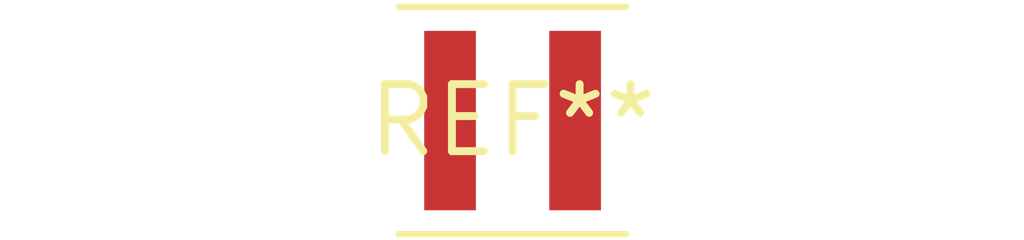
<source format=kicad_pcb>
(kicad_pcb (version 20240108) (generator pcbnew)
  (layers (0 "F.Cu" signal) (31 "B.Cu" signal) (34 "B.Paste" user) (35 "F.Paste" user) (36 "B.SilkS" user "B.Silkscreen") (37 "F.SilkS" user "F.Silkscreen") (38 "B.Mask" user) (39 "F.Mask" user) (44 "Edge.Cuts" user))
  (net 0 "")
  (footprint "L_Coilcraft_XxL4030" (layer "F.Cu") (at 0 0)
    (property "Reference" "REF**")
    (property "Value" "L_Coilcraft_XxL4030")
    (fp_line (start -2.154 -2.154) (end 2.154 -2.154) (layer "F.SilkS") (stroke (width 0.12)))
    (fp_line (start 2.154 2.154) (end -2.154 2.154) (layer "F.SilkS") (stroke (width 0.12)))
    (pad "1" smd rect (at -1.185 0) (size 0.98 3.4) (layers "F.Cu" "F.Paste" "F.Mask"))
    (pad "2" smd rect (at 1.185 0) (size 0.98 3.4) (layers "F.Cu" "F.Paste" "F.Mask"))
  )
)
</source>
